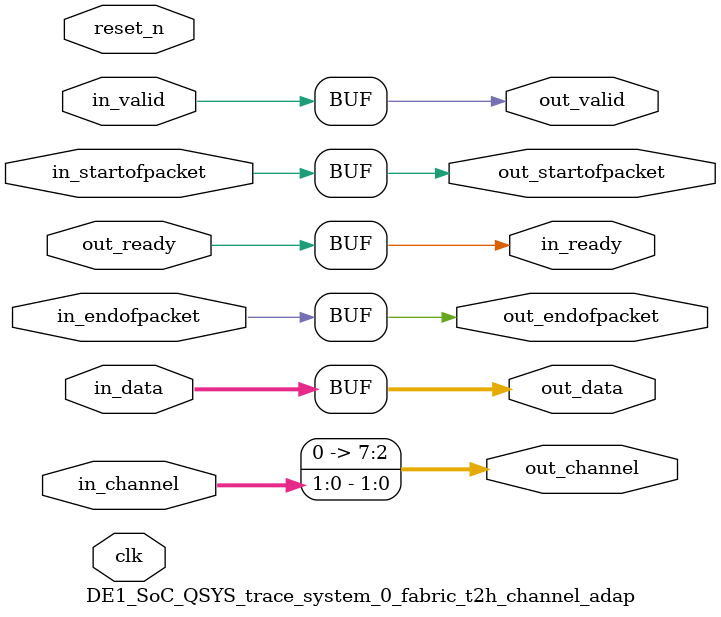
<source format=v>

`timescale 1ns / 100ps
module DE1_SoC_QSYS_trace_system_0_fabric_t2h_channel_adap (
    
      // Interface: clk
      input              clk,
      // Interface: reset
      input              reset_n,
      // Interface: in
      output reg         in_ready,
      input              in_valid,
      input      [ 7: 0] in_data,
      input      [ 1: 0] in_channel,
      input              in_startofpacket,
      input              in_endofpacket,
      // Interface: out
      input              out_ready,
      output reg         out_valid,
      output reg [ 7: 0] out_data,
      output reg [ 7: 0] out_channel,
      output reg         out_startofpacket,
      output reg         out_endofpacket
);



   // ---------------------------------------------------------------------
   //| Payload Mapping
   // ---------------------------------------------------------------------
   always @* begin
      in_ready = out_ready;
      out_valid = in_valid;
      out_data = in_data;
      out_startofpacket = in_startofpacket;
      out_endofpacket = in_endofpacket;

      out_channel = 0;
      out_channel[ 1: 0] = in_channel;
   end

endmodule


</source>
